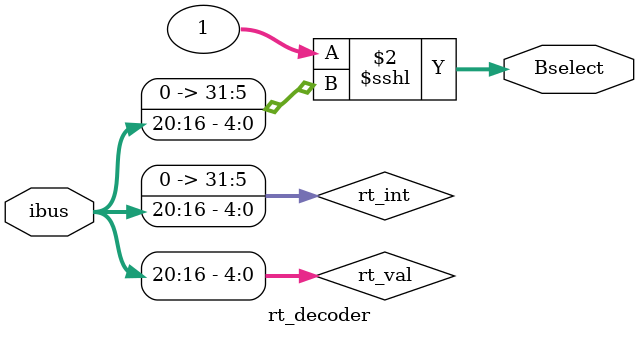
<source format=v>
`timescale 1ns / 1ps


module rt_decoder(ibus, Bselect);
    input[31:0] ibus;
    output[31:0] Bselect;
    
    wire[4:0] rt_val = ibus[20:16];
    integer rt_int;
    
    always@(rt_val) begin
        rt_int = rt_val;
    end
        
    assign Bselect = 32'b1 <<< rt_int;  
    
endmodule

</source>
